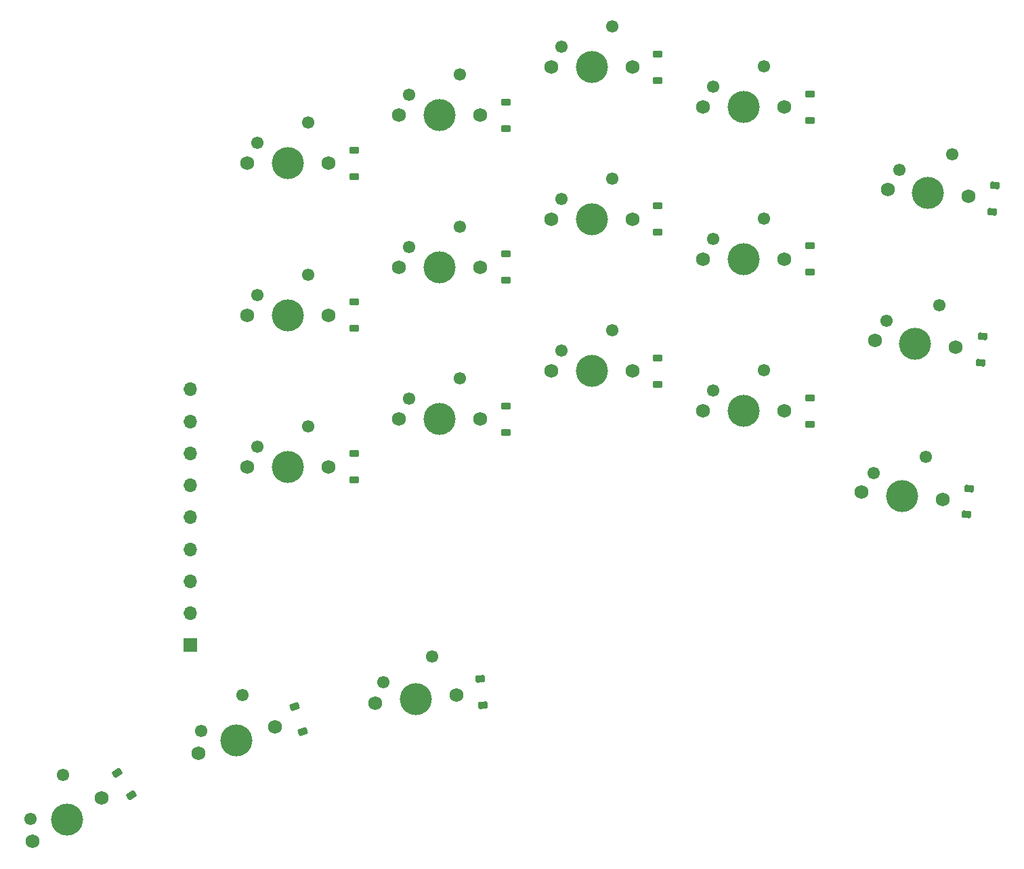
<source format=gbr>
%TF.GenerationSoftware,KiCad,Pcbnew,7.0.7*%
%TF.CreationDate,2023-09-27T07:48:00-06:00*%
%TF.ProjectId,keyboard - right,6b657962-6f61-4726-9420-2d2072696768,rev?*%
%TF.SameCoordinates,Original*%
%TF.FileFunction,Soldermask,Top*%
%TF.FilePolarity,Negative*%
%FSLAX46Y46*%
G04 Gerber Fmt 4.6, Leading zero omitted, Abs format (unit mm)*
G04 Created by KiCad (PCBNEW 7.0.7) date 2023-09-27 07:48:00*
%MOMM*%
%LPD*%
G01*
G04 APERTURE LIST*
G04 Aperture macros list*
%AMRoundRect*
0 Rectangle with rounded corners*
0 $1 Rounding radius*
0 $2 $3 $4 $5 $6 $7 $8 $9 X,Y pos of 4 corners*
0 Add a 4 corners polygon primitive as box body*
4,1,4,$2,$3,$4,$5,$6,$7,$8,$9,$2,$3,0*
0 Add four circle primitives for the rounded corners*
1,1,$1+$1,$2,$3*
1,1,$1+$1,$4,$5*
1,1,$1+$1,$6,$7*
1,1,$1+$1,$8,$9*
0 Add four rect primitives between the rounded corners*
20,1,$1+$1,$2,$3,$4,$5,0*
20,1,$1+$1,$4,$5,$6,$7,0*
20,1,$1+$1,$6,$7,$8,$9,0*
20,1,$1+$1,$8,$9,$2,$3,0*%
G04 Aperture macros list end*
%ADD10C,1.750000*%
%ADD11C,1.550000*%
%ADD12C,4.000000*%
%ADD13RoundRect,0.225000X0.375000X-0.225000X0.375000X0.225000X-0.375000X0.225000X-0.375000X-0.225000X0*%
%ADD14RoundRect,0.225000X0.396465X-0.184569X0.349427X0.262966X-0.396465X0.184569X-0.349427X-0.262966X0*%
%ADD15RoundRect,0.225000X0.353963X-0.256827X0.393183X0.191460X-0.353963X0.256827X-0.393183X-0.191460X0*%
%ADD16RoundRect,0.225000X0.427822X-0.090654X0.281317X0.334830X-0.427822X0.090654X-0.281317X-0.334830X0*%
%ADD17RoundRect,0.225000X0.437250X0.007909X0.198786X0.389531X-0.437250X-0.007909X-0.198786X-0.389531X0*%
%ADD18R,1.700000X1.700000*%
%ADD19O,1.700000X1.700000*%
G04 APERTURE END LIST*
D10*
%TO.C,S31*%
X245375964Y-94699079D03*
D11*
X246645964Y-92159079D03*
D12*
X250455964Y-94699079D03*
D11*
X252995964Y-89619079D03*
D10*
X255535964Y-94699079D03*
%TD*%
%TO.C,S22*%
X207375964Y-57699079D03*
D11*
X208645964Y-55159079D03*
D12*
X212455964Y-57699079D03*
D11*
X214995964Y-52619079D03*
D10*
X217535964Y-57699079D03*
%TD*%
%TO.C,S25*%
X226375964Y-51699079D03*
D11*
X227645964Y-49159079D03*
D12*
X231455964Y-51699079D03*
D11*
X233995964Y-46619079D03*
D10*
X236535964Y-51699079D03*
%TD*%
D13*
%TO.C,D19*%
X201723227Y-65349079D03*
X201723227Y-62049079D03*
%TD*%
D10*
%TO.C,S28*%
X161571771Y-148533594D03*
D11*
X161302797Y-145706554D03*
D12*
X165879855Y-145841604D03*
D11*
X165341907Y-140187525D03*
D10*
X170187939Y-143149614D03*
%TD*%
%TO.C,S34*%
X266839453Y-85871322D03*
D11*
X268325996Y-83451675D03*
D12*
X271900122Y-86314073D03*
D11*
X274873208Y-81474780D03*
D10*
X276960791Y-86756824D03*
%TD*%
D13*
%TO.C,D23*%
X220723227Y-97349079D03*
X220723227Y-94049079D03*
%TD*%
%TO.C,D28*%
X258723227Y-58345448D03*
X258723227Y-55045448D03*
%TD*%
%TO.C,D20*%
X201723227Y-84349079D03*
X201723227Y-81049079D03*
%TD*%
D10*
%TO.C,S23*%
X207375964Y-76699079D03*
D11*
X208645964Y-74159079D03*
D12*
X212455964Y-76699079D03*
D11*
X214995964Y-71619079D03*
D10*
X217535964Y-76699079D03*
%TD*%
%TO.C,S30*%
X245375964Y-75699079D03*
D11*
X246645964Y-73159079D03*
D12*
X250455964Y-75699079D03*
D11*
X252995964Y-70619079D03*
D10*
X255535964Y-75699079D03*
%TD*%
D13*
%TO.C,D29*%
X258723227Y-77345448D03*
X258723227Y-74045448D03*
%TD*%
%TO.C,D36*%
X201723227Y-103345448D03*
X201723227Y-100045448D03*
%TD*%
D10*
%TO.C,S19*%
X188375962Y-63699079D03*
D11*
X189645962Y-61159079D03*
D12*
X193455962Y-63699079D03*
D11*
X195995962Y-58619079D03*
D10*
X198535962Y-63699079D03*
%TD*%
D14*
%TO.C,D35*%
X217851433Y-131525823D03*
X217506489Y-128243901D03*
%TD*%
D15*
%TO.C,D34*%
X278307348Y-107672536D03*
X278594962Y-104385094D03*
%TD*%
%TO.C,D32*%
X281549027Y-69767655D03*
X281836641Y-66480213D03*
%TD*%
D16*
%TO.C,D31*%
X195344938Y-134797487D03*
X194270564Y-131677275D03*
%TD*%
D13*
%TO.C,D22*%
X220723227Y-78345448D03*
X220723227Y-75045448D03*
%TD*%
D10*
%TO.C,S26*%
X226375964Y-70699079D03*
D11*
X227645964Y-68159079D03*
D12*
X231455964Y-70699079D03*
D11*
X233995964Y-65619079D03*
D10*
X236535964Y-70699079D03*
%TD*%
%TO.C,S21*%
X188375962Y-101699079D03*
D11*
X189645962Y-99159079D03*
D12*
X193455962Y-101699079D03*
D11*
X195995962Y-96619079D03*
D10*
X198535962Y-101699079D03*
%TD*%
%TO.C,S32*%
X182260109Y-137557880D03*
D11*
X182633974Y-134742791D03*
D12*
X187063343Y-135903994D03*
D11*
X187811074Y-130273817D03*
D10*
X191866577Y-134250108D03*
%TD*%
D15*
%TO.C,D33*%
X280056348Y-88683953D03*
X280343962Y-85396511D03*
%TD*%
D13*
%TO.C,D21*%
X220723227Y-59349079D03*
X220723227Y-56049079D03*
%TD*%
D10*
%TO.C,S27*%
X226375964Y-89699079D03*
D11*
X227645964Y-87159079D03*
D12*
X231455964Y-89699079D03*
D11*
X233995964Y-84619079D03*
D10*
X236535964Y-89699079D03*
%TD*%
D13*
%TO.C,D25*%
X239723227Y-72349079D03*
X239723227Y-69049079D03*
%TD*%
D10*
%TO.C,S35*%
X265191437Y-104868741D03*
D11*
X266677980Y-102449094D03*
D12*
X270252106Y-105311492D03*
D11*
X273225192Y-100472199D03*
D10*
X275312775Y-105754243D03*
%TD*%
%TO.C,S20*%
X188375962Y-82699079D03*
D11*
X189645962Y-80159079D03*
D12*
X193455962Y-82699079D03*
D11*
X195995962Y-77619079D03*
D10*
X198535962Y-82699079D03*
%TD*%
%TO.C,S29*%
X245375964Y-56699079D03*
D11*
X246645964Y-54159079D03*
D12*
X250455964Y-56699079D03*
D11*
X252995964Y-51619079D03*
D10*
X255535964Y-56699079D03*
%TD*%
%TO.C,S33*%
X268448678Y-66965221D03*
D11*
X269935221Y-64545574D03*
D12*
X273509347Y-67407972D03*
D11*
X276482433Y-62568679D03*
D10*
X278570016Y-67850723D03*
%TD*%
D17*
%TO.C,D27*%
X173897523Y-142777253D03*
X172148789Y-139978695D03*
%TD*%
D10*
%TO.C,S36*%
X204408860Y-131279606D03*
D11*
X205406400Y-128620769D03*
D12*
X209461031Y-130748601D03*
D11*
X211456112Y-125430927D03*
D10*
X214513202Y-130217596D03*
%TD*%
D13*
%TO.C,D24*%
X239723227Y-53349079D03*
X239723227Y-50049079D03*
%TD*%
%TO.C,D26*%
X239723227Y-91349079D03*
X239723227Y-88049079D03*
%TD*%
D10*
%TO.C,S24*%
X207375964Y-95699079D03*
D11*
X208645964Y-93159079D03*
D12*
X212455964Y-95699079D03*
D11*
X214995964Y-90619079D03*
D10*
X217535964Y-95699079D03*
%TD*%
D13*
%TO.C,D30*%
X258723227Y-96349079D03*
X258723227Y-93049079D03*
%TD*%
D18*
%TO.C,J2*%
X181275976Y-124000000D03*
D19*
X181275976Y-120000000D03*
X181275976Y-116000000D03*
X181275976Y-112000000D03*
X181275976Y-108000000D03*
X181275976Y-104000000D03*
X181275976Y-100000000D03*
X181275976Y-96000000D03*
X181275976Y-92000000D03*
%TD*%
M02*

</source>
